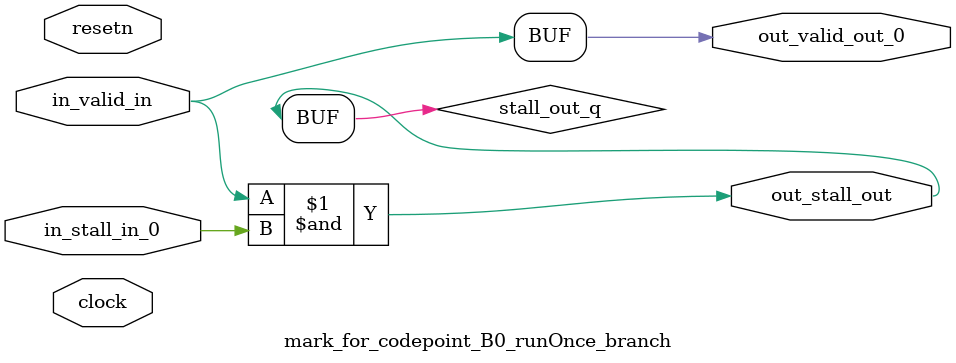
<source format=sv>



(* altera_attribute = "-name AUTO_SHIFT_REGISTER_RECOGNITION OFF; -name MESSAGE_DISABLE 10036; -name MESSAGE_DISABLE 10037; -name MESSAGE_DISABLE 14130; -name MESSAGE_DISABLE 14320; -name MESSAGE_DISABLE 15400; -name MESSAGE_DISABLE 14130; -name MESSAGE_DISABLE 10036; -name MESSAGE_DISABLE 12020; -name MESSAGE_DISABLE 12030; -name MESSAGE_DISABLE 12010; -name MESSAGE_DISABLE 12110; -name MESSAGE_DISABLE 14320; -name MESSAGE_DISABLE 13410; -name MESSAGE_DISABLE 113007; -name MESSAGE_DISABLE 10958" *)
module mark_for_codepoint_B0_runOnce_branch (
    input wire [0:0] in_stall_in_0,
    input wire [0:0] in_valid_in,
    output wire [0:0] out_stall_out,
    output wire [0:0] out_valid_out_0,
    input wire clock,
    input wire resetn
    );

    wire [0:0] stall_out_q;


    // stall_out(LOGICAL,6)
    assign stall_out_q = in_valid_in & in_stall_in_0;

    // out_stall_out(GPOUT,4)
    assign out_stall_out = stall_out_q;

    // out_valid_out_0(GPOUT,5)
    assign out_valid_out_0 = in_valid_in;

endmodule

</source>
